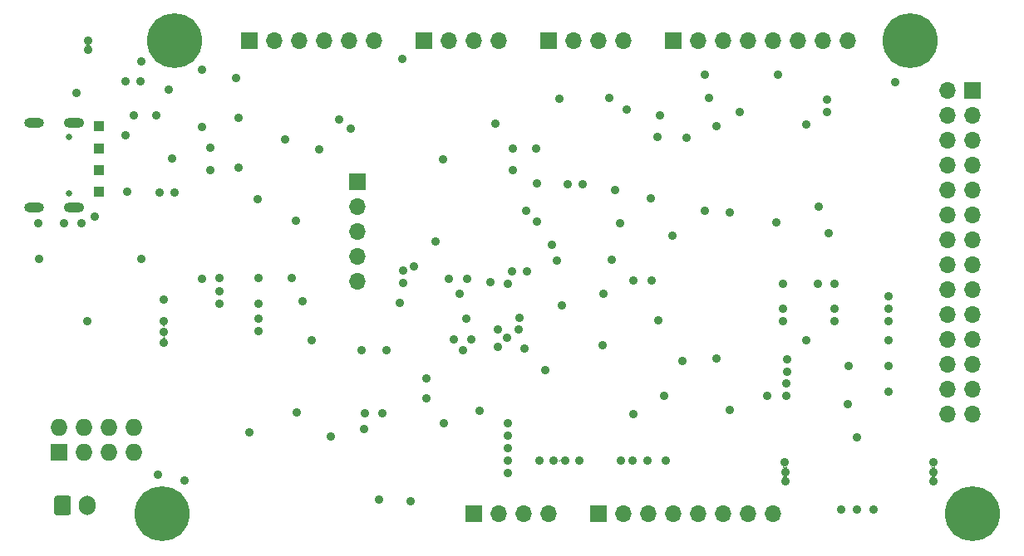
<source format=gbr>
G04 #@! TF.GenerationSoftware,KiCad,Pcbnew,5.1.10-88a1d61d58~88~ubuntu20.04.1*
G04 #@! TF.CreationDate,2021-05-30T17:39:30+02:00*
G04 #@! TF.ProjectId,PSLab,50534c61-622e-46b6-9963-61645f706362,v6.1*
G04 #@! TF.SameCoordinates,Original*
G04 #@! TF.FileFunction,Soldermask,Bot*
G04 #@! TF.FilePolarity,Negative*
%FSLAX46Y46*%
G04 Gerber Fmt 4.6, Leading zero omitted, Abs format (unit mm)*
G04 Created by KiCad (PCBNEW 5.1.10-88a1d61d58~88~ubuntu20.04.1) date 2021-05-30 17:39:30*
%MOMM*%
%LPD*%
G01*
G04 APERTURE LIST*
%ADD10R,1.000000X1.000000*%
%ADD11R,1.700000X1.700000*%
%ADD12O,1.700000X1.700000*%
%ADD13R,1.727200X1.727200*%
%ADD14O,1.727200X1.727200*%
%ADD15O,2.100000X1.000000*%
%ADD16O,2.000000X1.000000*%
%ADD17C,0.650000*%
%ADD18C,5.600000*%
%ADD19O,1.700000X2.000000*%
%ADD20C,0.914400*%
%ADD21C,0.100000*%
G04 APERTURE END LIST*
D10*
X98450000Y-76000000D03*
X98440000Y-78220000D03*
X98452600Y-71526200D03*
X98450000Y-73780000D03*
D11*
X124785500Y-77194500D03*
D12*
X124785500Y-79734500D03*
X124785500Y-82274500D03*
X124785500Y-84814500D03*
X124785500Y-87354500D03*
D13*
X94369000Y-104753500D03*
D14*
X94369000Y-102213500D03*
X96909000Y-104753500D03*
X96909000Y-102213500D03*
X99449000Y-104753500D03*
X99449000Y-102213500D03*
X101989000Y-104753500D03*
X101989000Y-102213500D03*
D15*
X95945000Y-71160000D03*
X95945000Y-79800000D03*
D16*
X91865000Y-71160000D03*
X91865000Y-79800000D03*
D17*
X95445000Y-78370000D03*
X95445000Y-72590000D03*
D18*
X104880000Y-111020000D03*
G36*
G01*
X93900000Y-110964500D02*
X93900000Y-109464500D01*
G75*
G02*
X94150000Y-109214500I250000J0D01*
G01*
X95350000Y-109214500D01*
G75*
G02*
X95600000Y-109464500I0J-250000D01*
G01*
X95600000Y-110964500D01*
G75*
G02*
X95350000Y-111214500I-250000J0D01*
G01*
X94150000Y-111214500D01*
G75*
G02*
X93900000Y-110964500I0J250000D01*
G01*
G37*
D19*
X97250000Y-110214500D03*
D18*
X181090000Y-62780000D03*
X106150000Y-62770000D03*
X187420000Y-111010000D03*
D11*
X187460000Y-67860000D03*
D12*
X184920000Y-67860000D03*
X187460000Y-70400000D03*
X184920000Y-70400000D03*
X187460000Y-72940000D03*
X184920000Y-72940000D03*
X187460000Y-75480000D03*
X184920000Y-75480000D03*
X187460000Y-78020000D03*
X184920000Y-78020000D03*
X187460000Y-80560000D03*
X184920000Y-80560000D03*
X187460000Y-83100000D03*
X184920000Y-83100000D03*
X187460000Y-85640000D03*
X184920000Y-85640000D03*
X187460000Y-88180000D03*
X184920000Y-88180000D03*
X187460000Y-90720000D03*
X184920000Y-90720000D03*
X187460000Y-93260000D03*
X184920000Y-93260000D03*
X187460000Y-95800000D03*
X184920000Y-95800000D03*
X187460000Y-98340000D03*
X184920000Y-98340000D03*
X187460000Y-100880000D03*
X184920000Y-100880000D03*
D11*
X156980000Y-62780000D03*
D12*
X159520000Y-62780000D03*
X162060000Y-62780000D03*
X164600000Y-62780000D03*
X167140000Y-62780000D03*
X169680000Y-62780000D03*
X172220000Y-62780000D03*
X174760000Y-62780000D03*
X167140000Y-111040000D03*
X164600000Y-111040000D03*
X162060000Y-111040000D03*
X159520000Y-111040000D03*
X156980000Y-111040000D03*
X154440000Y-111040000D03*
X151900000Y-111040000D03*
D11*
X149360000Y-111040000D03*
X131580000Y-62780000D03*
D12*
X134120000Y-62780000D03*
X136660000Y-62780000D03*
X139200000Y-62780000D03*
D11*
X144280000Y-62780000D03*
D12*
X146820000Y-62780000D03*
X149360000Y-62780000D03*
X151900000Y-62780000D03*
X144280000Y-111074000D03*
X141740000Y-111074000D03*
X139200000Y-111074000D03*
D11*
X136660000Y-111074000D03*
X113800000Y-62780000D03*
D12*
X116340000Y-62780000D03*
X118880000Y-62780000D03*
X121420000Y-62780000D03*
X123960000Y-62780000D03*
X126500000Y-62780000D03*
D20*
X154370000Y-105638400D03*
X98071600Y-80721000D03*
X96140010Y-68107510D03*
X131795218Y-99288400D03*
X156161400Y-105638400D03*
X140080000Y-104368400D03*
X137195214Y-100558400D03*
X125534800Y-100778400D03*
X101138100Y-66907500D03*
X127008000Y-109643000D03*
X125484000Y-102404000D03*
X145600000Y-89800000D03*
X152890000Y-100890000D03*
X144640000Y-83590000D03*
X138300000Y-87420000D03*
X168520000Y-95260000D03*
X143030000Y-73800000D03*
X135230000Y-88650000D03*
X168519189Y-96528572D03*
X178919704Y-88850000D03*
X114690000Y-92444333D03*
X152250000Y-69800000D03*
X134060000Y-87080000D03*
X141220000Y-92240000D03*
X152834000Y-105638400D03*
X135960000Y-87060000D03*
X155600000Y-70450000D03*
X151620000Y-105638400D03*
X141260000Y-91100000D03*
X130530000Y-85800000D03*
X105090000Y-92470000D03*
X168510000Y-97790000D03*
X178919704Y-90130000D03*
X161330000Y-71500000D03*
X179605600Y-66979600D03*
X110700000Y-89640000D03*
X106123400Y-78282602D03*
X110700000Y-87040000D03*
X104624800Y-78282602D03*
X167620000Y-66240000D03*
X172650000Y-68780000D03*
X145130000Y-85220000D03*
X173400000Y-87580000D03*
X171807800Y-79679600D03*
X108990000Y-87050000D03*
X118137700Y-87040000D03*
X167500000Y-81310000D03*
X172760000Y-82460000D03*
X155420000Y-91290000D03*
X171730000Y-87560000D03*
X151538600Y-81432200D03*
X154710000Y-78900000D03*
X152890000Y-87270000D03*
X160190000Y-80170000D03*
X150660000Y-85140000D03*
X110700000Y-88350000D03*
X119220000Y-89360000D03*
X125249600Y-94335400D03*
X113759986Y-102747500D03*
X122059986Y-103155000D03*
X151020000Y-77990000D03*
X140070000Y-87630000D03*
X140590000Y-73810000D03*
X140080000Y-106908400D03*
X143334400Y-105638400D03*
X140080000Y-103098400D03*
X133631602Y-101828400D03*
X129430000Y-86200000D03*
X114690000Y-91135000D03*
X105090000Y-93580000D03*
X131802800Y-97256402D03*
X183454800Y-106792000D03*
X168356400Y-107772000D03*
X183444800Y-107772000D03*
X168346400Y-105812000D03*
X183434800Y-105812000D03*
X168356400Y-106792000D03*
X142057500Y-86300400D03*
X118520000Y-81140000D03*
X168150000Y-91410000D03*
X146200000Y-77420000D03*
X157890000Y-95500000D03*
X166490000Y-99040000D03*
X147423802Y-105638400D03*
X168170000Y-90160000D03*
X173400000Y-90120000D03*
X104465500Y-107103000D03*
X107196000Y-107674500D03*
X98445700Y-71530300D03*
X101326060Y-78185100D03*
X96670000Y-81390000D03*
X94860000Y-81380000D03*
X105583100Y-67809200D03*
X102713000Y-66907500D03*
X104320000Y-70427500D03*
X98442406Y-75950000D03*
X109806400Y-75983585D03*
X98442400Y-73750000D03*
X109806400Y-73736000D03*
X120924000Y-73862988D03*
X112701980Y-75702200D03*
X162760000Y-100480000D03*
X156910000Y-82700000D03*
X170480000Y-93340000D03*
X147760000Y-77420000D03*
X155310000Y-72590000D03*
X160640000Y-68650000D03*
X97350000Y-62777200D03*
X97350000Y-63717200D03*
X173400000Y-91400000D03*
X175710000Y-103250000D03*
X175710000Y-110620000D03*
X177340000Y-110620000D03*
X174060000Y-110620000D03*
X98427190Y-78200000D03*
X105894834Y-74850000D03*
X102755000Y-85074978D03*
X92352990Y-85075000D03*
X112463000Y-66573200D03*
X105090000Y-89175000D03*
X136349400Y-93300000D03*
X149837510Y-88620000D03*
X129130000Y-89572494D03*
X112700000Y-70645004D03*
X117429998Y-72874998D03*
X133517500Y-74902500D03*
X124100000Y-71750000D03*
X101980000Y-70427496D03*
X101163500Y-72432000D03*
X130246500Y-109770000D03*
X139070000Y-94010000D03*
X174762500Y-99880904D03*
X140010000Y-93130000D03*
X178922496Y-98579996D03*
X141830000Y-94180000D03*
X178919700Y-95960988D03*
X143880000Y-96440000D03*
X174804900Y-95961012D03*
X129430000Y-87500000D03*
X139070000Y-92240000D03*
X127363600Y-100778400D03*
X149786000Y-93827400D03*
X158330000Y-72660000D03*
X170539998Y-71320000D03*
X144807600Y-105638400D03*
X178919704Y-91389000D03*
X168480000Y-99050000D03*
X145925200Y-105638400D03*
X143070000Y-81270000D03*
X140610000Y-76020000D03*
X135870000Y-91120000D03*
X132770000Y-83310000D03*
X105090000Y-91370000D03*
X102760000Y-64920000D03*
X92280400Y-81406728D03*
X108993600Y-71551598D03*
X97309612Y-91363574D03*
X108960000Y-65710000D03*
X120169600Y-93323000D03*
X138818998Y-71225500D03*
X140080000Y-105638400D03*
X160190000Y-66250000D03*
X163700000Y-70050000D03*
X118617400Y-100708000D03*
X114640296Y-79000000D03*
X178912488Y-93340000D03*
X172650004Y-70050000D03*
X122938200Y-70798200D03*
X129395000Y-64625000D03*
X145390000Y-68730000D03*
X156050000Y-99050000D03*
X154720000Y-87230000D03*
X150450000Y-68620000D03*
X161335000Y-95215000D03*
X162689200Y-80314602D03*
X168120000Y-87620000D03*
X140080000Y-101828400D03*
X140550000Y-86300000D03*
X143040000Y-77390000D03*
X141980000Y-80180000D03*
X114712855Y-87040000D03*
X134650000Y-93250000D03*
X114690000Y-89640000D03*
X135550000Y-94350000D03*
X127770000Y-94339500D03*
D21*
G36*
X183215555Y-107176958D02*
G01*
X183240224Y-107193441D01*
X183322664Y-107227589D01*
X183410186Y-107244998D01*
X183499414Y-107244998D01*
X183586936Y-107227589D01*
X183669376Y-107193441D01*
X183684046Y-107183639D01*
X183686042Y-107183508D01*
X183687153Y-107185171D01*
X183686426Y-107186848D01*
X183672381Y-107198375D01*
X183657086Y-107217012D01*
X183645721Y-107238275D01*
X183638721Y-107261350D01*
X183636358Y-107285341D01*
X183638721Y-107309333D01*
X183645721Y-107332407D01*
X183657086Y-107353671D01*
X183672382Y-107372308D01*
X183686425Y-107383833D01*
X183687129Y-107385705D01*
X183685860Y-107387251D01*
X183684045Y-107387042D01*
X183659376Y-107370559D01*
X183576936Y-107336411D01*
X183489414Y-107319002D01*
X183400186Y-107319002D01*
X183312664Y-107336411D01*
X183230224Y-107370559D01*
X183215554Y-107380361D01*
X183213558Y-107380492D01*
X183212447Y-107378829D01*
X183213174Y-107377152D01*
X183227219Y-107365625D01*
X183242514Y-107346988D01*
X183253879Y-107325725D01*
X183260879Y-107302650D01*
X183263242Y-107278659D01*
X183260879Y-107254667D01*
X183253879Y-107231593D01*
X183242514Y-107210329D01*
X183227218Y-107191692D01*
X183213175Y-107180167D01*
X183212471Y-107178295D01*
X183213740Y-107176749D01*
X183215555Y-107176958D01*
G37*
G36*
X168122155Y-107180299D02*
G01*
X168141824Y-107193441D01*
X168224264Y-107227589D01*
X168311786Y-107244998D01*
X168401014Y-107244998D01*
X168488536Y-107227589D01*
X168570976Y-107193441D01*
X168590646Y-107180299D01*
X168592642Y-107180168D01*
X168593753Y-107181831D01*
X168593026Y-107183508D01*
X168578981Y-107195034D01*
X168563686Y-107213671D01*
X168552321Y-107234934D01*
X168545321Y-107258009D01*
X168542958Y-107282000D01*
X168545321Y-107305991D01*
X168552321Y-107329066D01*
X168563686Y-107350330D01*
X168578982Y-107368967D01*
X168593025Y-107380492D01*
X168593729Y-107382364D01*
X168592460Y-107383910D01*
X168590645Y-107383701D01*
X168570976Y-107370559D01*
X168488536Y-107336411D01*
X168401014Y-107319002D01*
X168311786Y-107319002D01*
X168224264Y-107336411D01*
X168141824Y-107370559D01*
X168122154Y-107383701D01*
X168120158Y-107383832D01*
X168119047Y-107382169D01*
X168119774Y-107380492D01*
X168133819Y-107368966D01*
X168149114Y-107350329D01*
X168160479Y-107329066D01*
X168167479Y-107305991D01*
X168169842Y-107282000D01*
X168167479Y-107258009D01*
X168160479Y-107234934D01*
X168149114Y-107213670D01*
X168133818Y-107195033D01*
X168119775Y-107183508D01*
X168119071Y-107181636D01*
X168120340Y-107180090D01*
X168122155Y-107180299D01*
G37*
G36*
X183682150Y-106195151D02*
G01*
X183681423Y-106196828D01*
X183667381Y-106208351D01*
X183652086Y-106226988D01*
X183640721Y-106248252D01*
X183633721Y-106271327D01*
X183631358Y-106295318D01*
X183633721Y-106319309D01*
X183640721Y-106342384D01*
X183652086Y-106363648D01*
X183667381Y-106382285D01*
X183681425Y-106393810D01*
X183682129Y-106395682D01*
X183680861Y-106397228D01*
X183679045Y-106397019D01*
X183669376Y-106390559D01*
X183586936Y-106356411D01*
X183499414Y-106339002D01*
X183410186Y-106339002D01*
X183322664Y-106356411D01*
X183240224Y-106390559D01*
X183210557Y-106410381D01*
X183208561Y-106410512D01*
X183207450Y-106408849D01*
X183208177Y-106407172D01*
X183222219Y-106395649D01*
X183237514Y-106377012D01*
X183248879Y-106355748D01*
X183255879Y-106332673D01*
X183258242Y-106308682D01*
X183255879Y-106284691D01*
X183248879Y-106261616D01*
X183237514Y-106240352D01*
X183222219Y-106221715D01*
X183208175Y-106210190D01*
X183207471Y-106208318D01*
X183208739Y-106206772D01*
X183210555Y-106206981D01*
X183220224Y-106213441D01*
X183302664Y-106247589D01*
X183390186Y-106264998D01*
X183479414Y-106264998D01*
X183566936Y-106247589D01*
X183649376Y-106213441D01*
X183679043Y-106193619D01*
X183681039Y-106193488D01*
X183682150Y-106195151D01*
G37*
G36*
X168588752Y-106198490D02*
G01*
X168588025Y-106200167D01*
X168573981Y-106211693D01*
X168558686Y-106230329D01*
X168547321Y-106251593D01*
X168540321Y-106274668D01*
X168537958Y-106298659D01*
X168540321Y-106322650D01*
X168547321Y-106345725D01*
X168558686Y-106366989D01*
X168573982Y-106385626D01*
X168588026Y-106397152D01*
X168588730Y-106399024D01*
X168587461Y-106400570D01*
X168585646Y-106400361D01*
X168570976Y-106390559D01*
X168488536Y-106356411D01*
X168401014Y-106339002D01*
X168311786Y-106339002D01*
X168224264Y-106356411D01*
X168141824Y-106390559D01*
X168117155Y-106407042D01*
X168115159Y-106407173D01*
X168114048Y-106405510D01*
X168114775Y-106403833D01*
X168128819Y-106392307D01*
X168144114Y-106373671D01*
X168155479Y-106352407D01*
X168162479Y-106329332D01*
X168164842Y-106305341D01*
X168162479Y-106281350D01*
X168155479Y-106258275D01*
X168144114Y-106237011D01*
X168128818Y-106218374D01*
X168114774Y-106206848D01*
X168114070Y-106204976D01*
X168115339Y-106203430D01*
X168117154Y-106203639D01*
X168131824Y-106213441D01*
X168214264Y-106247589D01*
X168301786Y-106264998D01*
X168391014Y-106264998D01*
X168478536Y-106247589D01*
X168560976Y-106213441D01*
X168585645Y-106196958D01*
X168587641Y-106196827D01*
X168588752Y-106198490D01*
G37*
G36*
X145488672Y-105507490D02*
G01*
X145489047Y-105509097D01*
X145472202Y-105593786D01*
X145472202Y-105683014D01*
X145489047Y-105767703D01*
X145488404Y-105769597D01*
X145486442Y-105769987D01*
X145485237Y-105768857D01*
X145484981Y-105768238D01*
X145484915Y-105768055D01*
X145480027Y-105751942D01*
X145468662Y-105730678D01*
X145453367Y-105712041D01*
X145434731Y-105696746D01*
X145413467Y-105685380D01*
X145390392Y-105678380D01*
X145366401Y-105676017D01*
X145342410Y-105678380D01*
X145319335Y-105685380D01*
X145298071Y-105696745D01*
X145279434Y-105712040D01*
X145264139Y-105730676D01*
X145252772Y-105751941D01*
X145247885Y-105768056D01*
X145247818Y-105768242D01*
X145247562Y-105768859D01*
X145245975Y-105770076D01*
X145244128Y-105769310D01*
X145243753Y-105767703D01*
X145260598Y-105683014D01*
X145260598Y-105593786D01*
X145243753Y-105509097D01*
X145244396Y-105507203D01*
X145246358Y-105506813D01*
X145247563Y-105507943D01*
X145247819Y-105508562D01*
X145247885Y-105508745D01*
X145252773Y-105524858D01*
X145264138Y-105546122D01*
X145279433Y-105564759D01*
X145298069Y-105580054D01*
X145319333Y-105591420D01*
X145342408Y-105598420D01*
X145366399Y-105600783D01*
X145390390Y-105598420D01*
X145413465Y-105591420D01*
X145434729Y-105580055D01*
X145453366Y-105564760D01*
X145468661Y-105546124D01*
X145480028Y-105524859D01*
X145484915Y-105508744D01*
X145484982Y-105508558D01*
X145485238Y-105507941D01*
X145486825Y-105506724D01*
X145488672Y-105507490D01*
G37*
G36*
X105221197Y-92906796D02*
G01*
X105221587Y-92908758D01*
X105220458Y-92909963D01*
X105217168Y-92911326D01*
X105195816Y-92922738D01*
X105177179Y-92938033D01*
X105161883Y-92956670D01*
X105150518Y-92977934D01*
X105143518Y-93001008D01*
X105141155Y-93025000D01*
X105143518Y-93048991D01*
X105150518Y-93072066D01*
X105161883Y-93093329D01*
X105177178Y-93111966D01*
X105195815Y-93127262D01*
X105217168Y-93138674D01*
X105220458Y-93140037D01*
X105221676Y-93141624D01*
X105220911Y-93143472D01*
X105219303Y-93143847D01*
X105134614Y-93127002D01*
X105045386Y-93127002D01*
X104960697Y-93143847D01*
X104958803Y-93143204D01*
X104958413Y-93141242D01*
X104959542Y-93140037D01*
X104962832Y-93138674D01*
X104984184Y-93127262D01*
X105002821Y-93111967D01*
X105018117Y-93093330D01*
X105029482Y-93072066D01*
X105036482Y-93048992D01*
X105038845Y-93025000D01*
X105036482Y-93001009D01*
X105029482Y-92977934D01*
X105018117Y-92956671D01*
X105002822Y-92938034D01*
X104984185Y-92922738D01*
X104962832Y-92911326D01*
X104959542Y-92909963D01*
X104958324Y-92908376D01*
X104959089Y-92906528D01*
X104960697Y-92906153D01*
X105045386Y-92922998D01*
X105134614Y-92922998D01*
X105219303Y-92906153D01*
X105221197Y-92906796D01*
G37*
G36*
X105222334Y-91805579D02*
G01*
X105224185Y-91805824D01*
X105224950Y-91807672D01*
X105223910Y-91809174D01*
X105207887Y-91817738D01*
X105189250Y-91833033D01*
X105173954Y-91851670D01*
X105162589Y-91872933D01*
X105155589Y-91896008D01*
X105153226Y-91919999D01*
X105155589Y-91943991D01*
X105162589Y-91967066D01*
X105173954Y-91988329D01*
X105189249Y-92006966D01*
X105207886Y-92022262D01*
X105223909Y-92030826D01*
X105224965Y-92032525D01*
X105224022Y-92034288D01*
X105222333Y-92034426D01*
X105222328Y-92034449D01*
X105222248Y-92034433D01*
X105222199Y-92034437D01*
X105222136Y-92034411D01*
X105134614Y-92017002D01*
X105045386Y-92017002D01*
X104957862Y-92034411D01*
X104957797Y-92034438D01*
X104957755Y-92034432D01*
X104957672Y-92034449D01*
X104957666Y-92034421D01*
X104955815Y-92034176D01*
X104955050Y-92032328D01*
X104956090Y-92030826D01*
X104972113Y-92022262D01*
X104990750Y-92006967D01*
X105006046Y-91988330D01*
X105017411Y-91967067D01*
X105024411Y-91943992D01*
X105026774Y-91920001D01*
X105024411Y-91896009D01*
X105017411Y-91872934D01*
X105006046Y-91851671D01*
X104990751Y-91833034D01*
X104972114Y-91817738D01*
X104956091Y-91809174D01*
X104955035Y-91807475D01*
X104955978Y-91805712D01*
X104957667Y-91805574D01*
X104957672Y-91805551D01*
X104957752Y-91805567D01*
X104957801Y-91805563D01*
X104957864Y-91805589D01*
X105045386Y-91822998D01*
X105134614Y-91822998D01*
X105222138Y-91805589D01*
X105222203Y-91805562D01*
X105222245Y-91805568D01*
X105222328Y-91805551D01*
X105222334Y-91805579D01*
G37*
G36*
X97085823Y-63145499D02*
G01*
X97135424Y-63178641D01*
X97217864Y-63212789D01*
X97305386Y-63230198D01*
X97394614Y-63230198D01*
X97482136Y-63212789D01*
X97564576Y-63178641D01*
X97614177Y-63145499D01*
X97616173Y-63145368D01*
X97617284Y-63147031D01*
X97616557Y-63148708D01*
X97602513Y-63160234D01*
X97587218Y-63178871D01*
X97575853Y-63200134D01*
X97568853Y-63223209D01*
X97566490Y-63247201D01*
X97568853Y-63271192D01*
X97575853Y-63294267D01*
X97587218Y-63315530D01*
X97602514Y-63334167D01*
X97616557Y-63345692D01*
X97617261Y-63347564D01*
X97615992Y-63349110D01*
X97614177Y-63348901D01*
X97564576Y-63315759D01*
X97482136Y-63281611D01*
X97394614Y-63264202D01*
X97305386Y-63264202D01*
X97217864Y-63281611D01*
X97135424Y-63315759D01*
X97085823Y-63348901D01*
X97083827Y-63349032D01*
X97082716Y-63347369D01*
X97083443Y-63345692D01*
X97097487Y-63334166D01*
X97112782Y-63315529D01*
X97124147Y-63294266D01*
X97131147Y-63271191D01*
X97133510Y-63247199D01*
X97131147Y-63223208D01*
X97124147Y-63200133D01*
X97112782Y-63178870D01*
X97097486Y-63160233D01*
X97083443Y-63148708D01*
X97082739Y-63146836D01*
X97084008Y-63145290D01*
X97085823Y-63145499D01*
G37*
M02*

</source>
